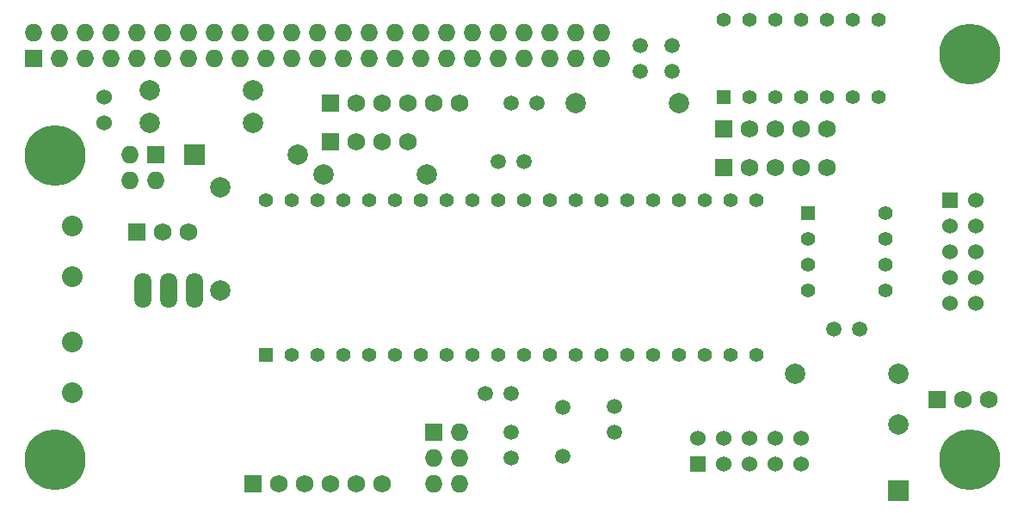
<source format=gbs>
%FSLAX46Y46*%
G04 Gerber Fmt 4.6, Leading zero omitted, Abs format (unit mm)*
G04 Created by KiCad (PCBNEW (2014-jul-16 BZR unknown)-product) date Sat 04 Oct 2014 10:12:47 PM PDT*
%MOMM*%
G01*
G04 APERTURE LIST*
%ADD10C,0.100000*%
%ADD11C,1.501140*%
%ADD12C,1.998980*%
%ADD13R,1.998980X1.998980*%
%ADD14C,1.524000*%
%ADD15C,6.000000*%
%ADD16R,1.727200X1.727200*%
%ADD17C,1.727200*%
%ADD18O,1.727200X1.727200*%
%ADD19C,2.032000*%
%ADD20R,1.524000X1.524000*%
%ADD21O,1.699260X3.500120*%
%ADD22R,1.397000X1.397000*%
%ADD23C,1.397000*%
G04 APERTURE END LIST*
D10*
D11*
X149860000Y-144780000D03*
X149860000Y-142240000D03*
X160020000Y-139700000D03*
X160020000Y-142240000D03*
X151130000Y-115570000D03*
X148590000Y-115570000D03*
X147320000Y-138430000D03*
X149860000Y-138430000D03*
X184150000Y-132080000D03*
X181610000Y-132080000D03*
X152400000Y-109855000D03*
X149860000Y-109855000D03*
X165735000Y-104140000D03*
X165735000Y-106680000D03*
X162560000Y-106680000D03*
X162560000Y-104140000D03*
D12*
X128905000Y-114935000D03*
D13*
X118745000Y-114935000D03*
D14*
X109855000Y-111760000D03*
X109855000Y-109220000D03*
D15*
X105000000Y-115000000D03*
X195000000Y-105000000D03*
X105000000Y-145000000D03*
X195000000Y-145000000D03*
D16*
X191770000Y-139065000D03*
D17*
X194310000Y-139065000D03*
X196850000Y-139065000D03*
D16*
X114935000Y-114935000D03*
D18*
X114935000Y-117475000D03*
X112395000Y-114935000D03*
X112395000Y-117475000D03*
D19*
X106680000Y-126960000D03*
X106680000Y-121960000D03*
X106680000Y-138390000D03*
X106680000Y-133390000D03*
D20*
X193040000Y-119380000D03*
D14*
X195580000Y-119380000D03*
X193040000Y-121920000D03*
X195580000Y-121920000D03*
X193040000Y-124460000D03*
X195580000Y-124460000D03*
X193040000Y-127000000D03*
X195580000Y-127000000D03*
X193040000Y-129540000D03*
X195580000Y-129540000D03*
D16*
X132080000Y-109855000D03*
D17*
X134620000Y-109855000D03*
X137160000Y-109855000D03*
X139700000Y-109855000D03*
X142240000Y-109855000D03*
X144780000Y-109855000D03*
D16*
X124460000Y-147320000D03*
D17*
X127000000Y-147320000D03*
X129540000Y-147320000D03*
X132080000Y-147320000D03*
X134620000Y-147320000D03*
X137160000Y-147320000D03*
D16*
X142240000Y-142240000D03*
D18*
X144780000Y-142240000D03*
X142240000Y-144780000D03*
X144780000Y-144780000D03*
X142240000Y-147320000D03*
X144780000Y-147320000D03*
D16*
X132080000Y-113665000D03*
D17*
X134620000Y-113665000D03*
X137160000Y-113665000D03*
X139700000Y-113665000D03*
D20*
X168275000Y-145415000D03*
D14*
X168275000Y-142875000D03*
X170815000Y-145415000D03*
X170815000Y-142875000D03*
X173355000Y-145415000D03*
X173355000Y-142875000D03*
X175895000Y-145415000D03*
X175895000Y-142875000D03*
X178435000Y-145415000D03*
X178435000Y-142875000D03*
D16*
X102870000Y-105410000D03*
D18*
X102870000Y-102870000D03*
X105410000Y-105410000D03*
X105410000Y-102870000D03*
X107950000Y-105410000D03*
X107950000Y-102870000D03*
X110490000Y-105410000D03*
X110490000Y-102870000D03*
X113030000Y-105410000D03*
X113030000Y-102870000D03*
X115570000Y-105410000D03*
X115570000Y-102870000D03*
X118110000Y-105410000D03*
X118110000Y-102870000D03*
X120650000Y-105410000D03*
X120650000Y-102870000D03*
X123190000Y-105410000D03*
X123190000Y-102870000D03*
X125730000Y-105410000D03*
X125730000Y-102870000D03*
X128270000Y-105410000D03*
X128270000Y-102870000D03*
X130810000Y-105410000D03*
X130810000Y-102870000D03*
X133350000Y-105410000D03*
X133350000Y-102870000D03*
X135890000Y-105410000D03*
X135890000Y-102870000D03*
X138430000Y-105410000D03*
X138430000Y-102870000D03*
X140970000Y-105410000D03*
X140970000Y-102870000D03*
X143510000Y-105410000D03*
X143510000Y-102870000D03*
X146050000Y-105410000D03*
X146050000Y-102870000D03*
X148590000Y-105410000D03*
X148590000Y-102870000D03*
X151130000Y-105410000D03*
X151130000Y-102870000D03*
X153670000Y-105410000D03*
X153670000Y-102870000D03*
X156210000Y-105410000D03*
X156210000Y-102870000D03*
X158750000Y-105410000D03*
X158750000Y-102870000D03*
D21*
X116205000Y-128270000D03*
X118745000Y-128270000D03*
X113665000Y-128270000D03*
D12*
X177800000Y-136525000D03*
X187960000Y-136525000D03*
X121285000Y-118110000D03*
X121285000Y-128270000D03*
X114300000Y-108585000D03*
X124460000Y-108585000D03*
X114300000Y-111760000D03*
X124460000Y-111760000D03*
D13*
X187960000Y-148031200D03*
D12*
X187960000Y-141528800D03*
D22*
X170815000Y-109220000D03*
D23*
X173355000Y-109220000D03*
X175895000Y-109220000D03*
X178435000Y-109220000D03*
X180975000Y-109220000D03*
X183515000Y-109220000D03*
X186055000Y-109220000D03*
X186055000Y-101600000D03*
X183515000Y-101600000D03*
X180975000Y-101600000D03*
X178435000Y-101600000D03*
X175895000Y-101600000D03*
X173355000Y-101600000D03*
X170815000Y-101600000D03*
D22*
X179070000Y-120650000D03*
D23*
X179070000Y-123190000D03*
X179070000Y-125730000D03*
X179070000Y-128270000D03*
X186690000Y-128270000D03*
X186690000Y-125730000D03*
X186690000Y-123190000D03*
X186690000Y-120650000D03*
D22*
X125730000Y-134620000D03*
D23*
X128270000Y-134620000D03*
X130810000Y-134620000D03*
X133350000Y-134620000D03*
X135890000Y-134620000D03*
X138430000Y-134620000D03*
X140970000Y-134620000D03*
X143510000Y-134620000D03*
X146050000Y-134620000D03*
X148590000Y-134620000D03*
X151130000Y-134620000D03*
X153670000Y-134620000D03*
X156210000Y-134620000D03*
X158750000Y-134620000D03*
X161290000Y-134620000D03*
X163830000Y-134620000D03*
X166370000Y-134620000D03*
X168910000Y-134620000D03*
X171450000Y-134620000D03*
X173990000Y-134620000D03*
X173990000Y-119380000D03*
X171450000Y-119380000D03*
X168910000Y-119380000D03*
X166370000Y-119380000D03*
X163830000Y-119380000D03*
X161290000Y-119380000D03*
X158750000Y-119380000D03*
X156210000Y-119380000D03*
X153670000Y-119380000D03*
X151130000Y-119380000D03*
X148590000Y-119380000D03*
X146050000Y-119380000D03*
X143510000Y-119380000D03*
X140970000Y-119380000D03*
X138430000Y-119380000D03*
X135890000Y-119380000D03*
X133350000Y-119380000D03*
X130810000Y-119380000D03*
X128270000Y-119380000D03*
X125730000Y-119380000D03*
D11*
X154940000Y-144680940D03*
X154940000Y-139799060D03*
D16*
X170815000Y-112395000D03*
D17*
X173355000Y-112395000D03*
X175895000Y-112395000D03*
X178435000Y-112395000D03*
X180975000Y-112395000D03*
D12*
X141605000Y-116840000D03*
X131445000Y-116840000D03*
X156210000Y-109855000D03*
X166370000Y-109855000D03*
D16*
X170815000Y-116205000D03*
D17*
X173355000Y-116205000D03*
X175895000Y-116205000D03*
X178435000Y-116205000D03*
X180975000Y-116205000D03*
D16*
X113030000Y-122555000D03*
D17*
X115570000Y-122555000D03*
X118110000Y-122555000D03*
M02*

</source>
